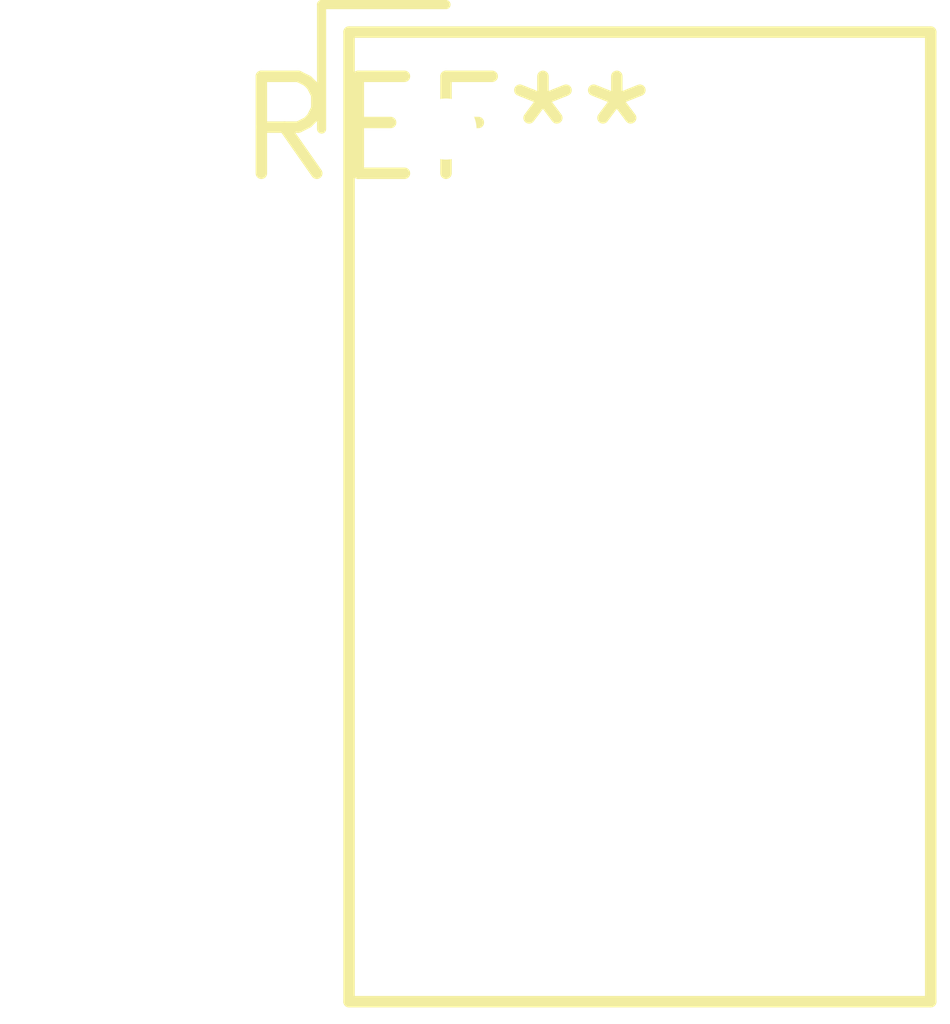
<source format=kicad_pcb>
(kicad_pcb (version 20240108) (generator pcbnew)
  (layers (0 "F.Cu" signal) (31 "B.Cu" signal) (34 "B.Paste" user) (35 "F.Paste" user) (36 "B.SilkS" user "B.Silkscreen") (37 "F.SilkS" user "F.Silkscreen") (38 "B.Mask" user) (39 "F.Mask" user) (44 "Edge.Cuts" user))
  (net 0 "")
  (footprint "HDSP-7801" (layer "F.Cu") (at 0 0)
    (property "Reference" "REF**")
    (property "Value" "HDSP-7801")
    (fp_line (start -1.63 -1.63) (end 0 -1.63) (layer "F.SilkS") (stroke (width 0.12)))
    (fp_line (start -1.63 0) (end -1.63 -1.63) (layer "F.SilkS") (stroke (width 0.12)))
    (fp_line (start -1.27 -1.27) (end -1.27 11.43) (layer "F.SilkS") (stroke (width 0.15)))
    (fp_line (start -1.27 11.43) (end 6.35 11.43) (layer "F.SilkS") (stroke (width 0.15)))
    (fp_line (start 6.35 -1.27) (end -1.27 -1.27) (layer "F.SilkS") (stroke (width 0.15)))
    (fp_line (start 6.35 11.43) (end 6.35 -1.27) (layer "F.SilkS") (stroke (width 0.15)))
    (pad "1" thru_hole rect (at 0 0) (size 1.6 1.6) (drill 0.8) (layers *.Cu *.Mask) (remove_unused_layers))
    (pad "2" thru_hole circle (at 0 2.54) (size 1.6 1.6) (drill 0.8) (layers *.Cu *.Mask) (remove_unused_layers))
    (pad "3" thru_hole circle (at 0 5.08) (size 1.6 1.6) (drill 0.8) (layers *.Cu *.Mask) (remove_unused_layers))
    (pad "4" thru_hole circle (at 0 7.62) (size 1.6 1.6) (drill 0.8) (layers *.Cu *.Mask) (remove_unused_layers))
    (pad "5" thru_hole circle (at 0 10.16) (size 1.6 1.6) (drill 0.8) (layers *.Cu *.Mask) (remove_unused_layers))
    (pad "6" thru_hole circle (at 5.08 10.16) (size 1.6 1.6) (drill 0.8) (layers *.Cu *.Mask) (remove_unused_layers))
    (pad "7" thru_hole circle (at 5.08 7.62) (size 1.6 1.6) (drill 0.8) (layers *.Cu *.Mask) (remove_unused_layers))
    (pad "8" thru_hole circle (at 5.08 5.08) (size 1.6 1.6) (drill 0.8) (layers *.Cu *.Mask) (remove_unused_layers))
    (pad "9" thru_hole circle (at 5.08 2.54) (size 1.6 1.6) (drill 0.8) (layers *.Cu *.Mask) (remove_unused_layers))
    (pad "10" thru_hole circle (at 5.08 0) (size 1.6 1.6) (drill 0.8) (layers *.Cu *.Mask) (remove_unused_layers))
  )
)
</source>
